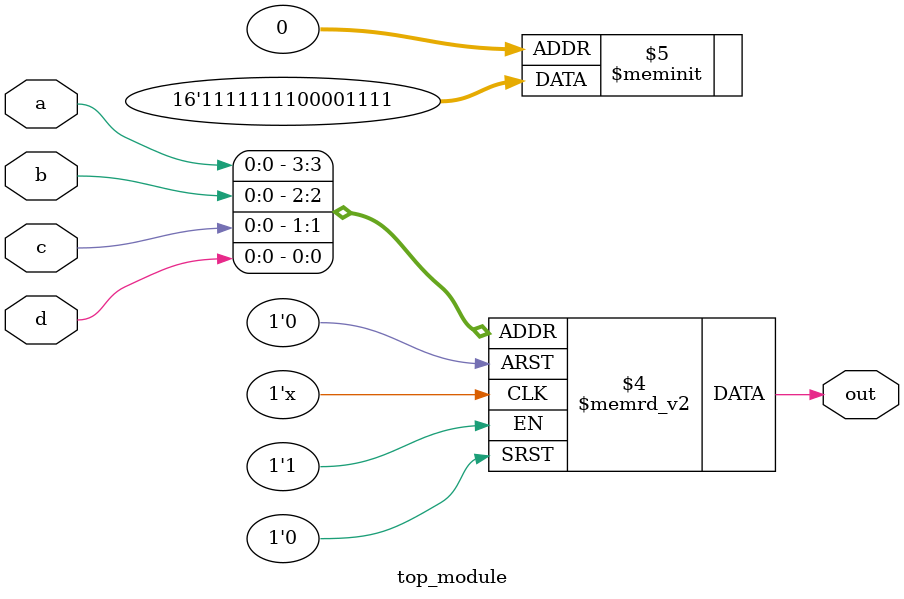
<source format=sv>
module top_module (
    input a, 
    input b,
    input c,
    input d,
    output reg out
);

    always @(*)
    begin
        case({a,b,c,d})
            4'b0100: out = 1'b0;
            4'b0101: out = 1'b0;
            4'b0110: out = 1'b0;
            4'b0111: out = 1'b0;
            4'b1000: out = 1'b1;
            4'b1001: out = 1'b1;
            4'b1010: out = 1'b1;
            4'b1011: out = 1'b1;
            default: out = 1'b1;
        endcase
    end

endmodule

</source>
